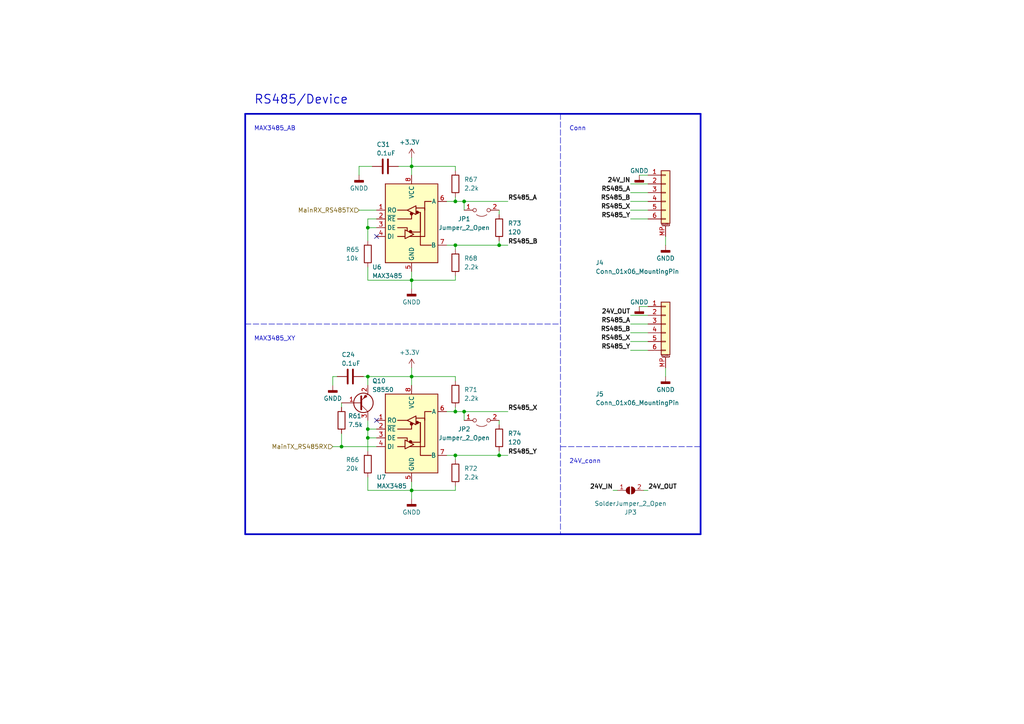
<source format=kicad_sch>
(kicad_sch (version 20230121) (generator eeschema)
  (paper "A4")
  (lib_symbols
    (symbol "Connector_Generic_MountingPin:Conn_01x06_MountingPin" (pin_names (offset 1.016) hide)
      (property "Reference" "J" (at 0 7.62 0))
      (property "Value" "Conn_01x06_MountingPin" (at 1.27 -10.16 0))
      (symbol "Conn_01x06_MountingPin_1_1"
        (rectangle (start -1.27 -7.493) (end 0 -7.747) (stroke (width 0.1524)))
        (rectangle (start -1.27 -4.953) (end 0 -5.207) (stroke (width 0.1524)))
        (rectangle (start -1.27 -2.413) (end 0 -2.667) (stroke (width 0.1524)))
        (rectangle (start -1.27 0.127) (end 0 -0.127) (stroke (width 0.1524)))
        (rectangle (start -1.27 2.667) (end 0 2.413) (stroke (width 0.1524)))
        (rectangle (start -1.27 5.207) (end 0 4.953) (stroke (width 0.1524)))
        (rectangle (start -1.27 6.35) (end 1.27 -8.89) (stroke (width 0.254)) (fill (type background)))
        (polyline (pts (xy -1.016 -9.652) (xy 1.016 -9.652)) (stroke (width 0.1524)))
        (text "Mounting" (at 0 -9.271 0) (effects (font (size 0.381 0.381))))
        (pin passive line (at -5.08 5.08 0) (length 3.81) (name "Pin_1") (number "1"))
        (pin passive line (at -5.08 2.54 0) (length 3.81) (name "Pin_2") (number "2"))
        (pin passive line (at -5.08 0 0) (length 3.81) (name "Pin_3") (number "3"))
        (pin passive line (at -5.08 -2.54 0) (length 3.81) (name "Pin_4") (number "4"))
        (pin passive line (at -5.08 -5.08 0) (length 3.81) (name "Pin_5") (number "5"))
        (pin passive line (at -5.08 -7.62 0) (length 3.81) (name "Pin_6") (number "6"))
        (pin passive line (at 0 -12.7 90) (length 3.048) (name "MountPin") (number "MP"))
      )
    )
    (symbol "Device:C" (pin_numbers hide) (pin_names (offset 0.254))
      (property "Reference" "C" (at 0.635 2.54 0))
      (property "Value" "C" (at 0.635 -2.54 0))
      (symbol "C_0_1"
        (polyline (pts (xy -2.032 -0.762) (xy 2.032 -0.762)) (stroke (width 0.508)))
        (polyline (pts (xy -2.032 0.762) (xy 2.032 0.762)) (stroke (width 0.508)))
      )
      (symbol "C_1_1"
        (pin passive line (at 0 3.81 270) (length 2.794) (name "~") (number "1"))
        (pin passive line (at 0 -3.81 90) (length 2.794) (name "~") (number "2"))
      )
    )
    (symbol "Device:Q_PNP_BEC" (pin_names (offset 0) hide)
      (property "Reference" "Q" (at 5.08 1.27 0))
      (property "Value" "Q_PNP_BEC" (at 5.08 -1.27 0))
      (symbol "Q_PNP_BEC_0_1"
        (polyline (pts (xy 0.635 0.635) (xy 2.54 2.54)))
        (polyline (pts (xy 0.635 -0.635) (xy 2.54 -2.54) (xy 2.54 -2.54)))
        (polyline (pts (xy 0.635 1.905) (xy 0.635 -1.905) (xy 0.635 -1.905)) (stroke (width 0.508)))
        (polyline (pts (xy 2.286 -1.778) (xy 1.778 -2.286) (xy 1.27 -1.27) (xy 2.286 -1.778) (xy 2.286 -1.778)) (fill (type outline)))
        (circle (center 1.27 0) (radius 2.8194) (stroke (width 0.254)))
      )
      (symbol "Q_PNP_BEC_1_1"
        (pin input line (at -5.08 0 0) (length 5.715) (name "B") (number "1"))
        (pin passive line (at 2.54 -5.08 90) (length 2.54) (name "E") (number "2"))
        (pin passive line (at 2.54 5.08 270) (length 2.54) (name "C") (number "3"))
      )
    )
    (symbol "Device:R" (pin_numbers hide) (pin_names (offset 0))
      (property "Reference" "R" (at 2.032 0 90))
      (property "Value" "R" (at 0 0 90))
      (symbol "R_0_1"
        (rectangle (start -1.016 -2.54) (end 1.016 2.54) (stroke (width 0.254)))
      )
      (symbol "R_1_1"
        (pin passive line (at 0 3.81 270) (length 1.27) (name "~") (number "1"))
        (pin passive line (at 0 -3.81 90) (length 1.27) (name "~") (number "2"))
      )
    )
    (symbol "Jumper:Jumper_2_Open" (pin_names (offset 0) hide)
      (property "Reference" "JP" (at 0 2.794 0))
      (property "Value" "Jumper_2_Open" (at 0 -2.286 0))
      (symbol "Jumper_2_Open_0_0"
        (circle (center -2.032 0) (radius 0.508))
        (circle (center 2.032 0) (radius 0.508))
      )
      (symbol "Jumper_2_Open_0_1"
        (arc (start 1.524 1.27) (mid 0 1.778) (end -1.524 1.27))
      )
      (symbol "Jumper_2_Open_1_1"
        (pin passive line (at -5.08 0 0) (length 2.54) (name "A") (number "1"))
        (pin passive line (at 5.08 0 180) (length 2.54) (name "B") (number "2"))
      )
    )
    (symbol "Jumper:SolderJumper_2_Open" (pin_names (offset 0) hide)
      (property "Reference" "JP" (at 0 2.032 0))
      (property "Value" "SolderJumper_2_Open" (at 0 -2.54 0))
      (symbol "SolderJumper_2_Open_0_1"
        (arc (start -0.254 1.016) (mid -1.2656 0) (end -0.254 -1.016))
        (arc (start -0.254 1.016) (mid -1.2656 0) (end -0.254 -1.016) (fill (type outline)))
        (polyline (pts (xy -0.254 1.016) (xy -0.254 -1.016)))
        (polyline (pts (xy 0.254 1.016) (xy 0.254 -1.016)))
        (arc (start 0.254 -1.016) (mid 1.2656 0) (end 0.254 1.016))
        (arc (start 0.254 -1.016) (mid 1.2656 0) (end 0.254 1.016) (fill (type outline)))
      )
      (symbol "SolderJumper_2_Open_1_1"
        (pin passive line (at -3.81 0 0) (length 2.54) (name "A") (number "1"))
        (pin passive line (at 3.81 0 180) (length 2.54) (name "B") (number "2"))
      )
    )
    (symbol "MAX3485_1"
      (property "Reference" "U?" (at 2.0194 15.24 0))
      (property "Value" "MAX3485" (at 2.0194 12.7 0))
      (symbol "MAX3485_1_0_1"
        (rectangle (start -7.62 10.16) (end 7.62 -12.7) (stroke (width 0.254)) (fill (type background)))
        (circle (center -0.3048 -3.683) (radius 0.3556) (stroke (width 0.254)) (fill (type outline)))
        (circle (center -0.0254 1.4986) (radius 0.3556) (stroke (width 0.254)) (fill (type outline)))
        (polyline (pts (xy -4.064 -5.08) (xy -1.905 -5.08)) (stroke (width 0.254)))
        (polyline (pts (xy -4.064 2.54) (xy -1.27 2.54)) (stroke (width 0.254)))
        (polyline (pts (xy -1.27 -3.2004) (xy -1.27 -3.4544)) (stroke (width 0.254)))
        (polyline (pts (xy -0.635 -5.08) (xy 3.81 -5.08)) (stroke (width 0.254)))
        (polyline (pts (xy -4.064 -2.54) (xy -1.27 -2.54) (xy -1.27 -3.175)) (stroke (width 0.254)))
        (polyline (pts (xy 0 1.27) (xy 0 0) (xy -4.064 0)) (stroke (width 0.254)))
        (polyline (pts (xy 1.27 3.175) (xy 3.81 3.175) (xy 3.81 -5.08)) (stroke (width 0.254)))
        (polyline (pts (xy 2.54 1.905) (xy 2.54 -3.81) (xy 0 -3.81)) (stroke (width 0.254)))
        (polyline (pts (xy -1.905 -3.175) (xy -1.905 -5.715) (xy 0.635 -4.445) (xy -1.905 -3.175)) (stroke (width 0.254)))
        (polyline (pts (xy -1.27 2.54) (xy 1.27 3.81) (xy 1.27 1.27) (xy -1.27 2.54)) (stroke (width 0.254)))
        (polyline (pts (xy 3.81 3.175) (xy 3.81 2.54) (xy 3.81 5.08) (xy 5.715 5.08)) (stroke (width 0.254)))
        (polyline (pts (xy 1.905 1.905) (xy 2.54 1.905) (xy 2.54 -3.81) (xy 2.54 -6.985) (xy 2.54 -7.62) (xy 5.08 -7.62) (xy 5.715 -7.62)) (stroke (width 0.254)))
        (rectangle (start 1.27 3.175) (end 1.27 3.175))
        (circle (center 1.651 1.905) (radius 0.3556) (stroke (width 0.254)) (fill (type outline)))
      )
      (symbol "MAX3485_1_1_1"
        (pin output line (at -10.16 2.54 0) (length 2.54) (name "RO") (number "1"))
        (pin input line (at -10.16 0 0) (length 2.54) (name "~{RE}") (number "2"))
        (pin input line (at -10.16 -2.54 0) (length 2.54) (name "DE") (number "3"))
        (pin input line (at -10.16 -5.08 0) (length 2.54) (name "DI") (number "4"))
        (pin power_in line (at 0 -15.24 90) (length 2.54) (name "GND") (number "5"))
        (pin bidirectional line (at 10.16 5.08 180) (length 2.54) (name "A") (number "6"))
        (pin bidirectional line (at 10.16 -7.62 180) (length 2.54) (name "B") (number "7"))
        (pin power_in line (at 0 12.7 270) (length 2.54) (name "VCC") (number "8"))
      )
    )
    (symbol "power:+3.3V" (power) (pin_names (offset 0))
      (property "Value" "+3.3V" (at 0 3.556 0))
      (symbol "+3.3V_0_1"
        (polyline (pts (xy -0.762 1.27) (xy 0 2.54)))
        (polyline (pts (xy 0 0) (xy 0 2.54)))
        (polyline (pts (xy 0 2.54) (xy 0.762 1.27)))
      )
      (symbol "+3.3V_1_1"
        (pin power_in line (at 0 0 90) (length 0) hide (name "+3.3V") (number "1"))
      )
    )
    (symbol "power:GNDD" (power) (pin_names (offset 0))
      (property "Value" "GNDD" (at 0 -3.175 0))
      (symbol "GNDD_0_1"
        (rectangle (start -1.27 -1.524) (end 1.27 -2.032) (stroke (width 0.254)) (fill (type outline)))
        (polyline (pts (xy 0 0) (xy 0 -1.524)))
      )
      (symbol "GNDD_1_1"
        (pin power_in line (at 0 0 270) (length 0) hide (name "GNDD") (number "1"))
      )
    )
  )
  (junction (at 132.08 119.38))
  (junction (at 144.78 71.12))
  (junction (at 119.38 142.24))
  (junction (at 106.68 127))
  (junction (at 132.08 132.08))
  (junction (at 99.06 129.54))
  (junction (at 134.62 119.38))
  (junction (at 119.38 48.26))
  (junction (at 134.62 58.42))
  (junction (at 106.68 124.46))
  (junction (at 132.08 71.12))
  (junction (at 119.38 109.22))
  (junction (at 119.38 81.28))
  (junction (at 132.08 58.42))
  (junction (at 106.68 109.22))
  (junction (at 106.68 66.04))
  (junction (at 144.78 132.08))
  (no_connect (at 109.22 121.92))
  (no_connect (at 109.22 68.58))
  (wire (pts (xy 132.08 140.97) (xy 132.08 142.24)))
  (polyline (pts (xy 71.12 93.98) (xy 162.56 93.98)) (stroke (width 0) (type dash)))
  (wire (pts (xy 186.69 142.24) (xy 187.96 142.24)))
  (wire (pts (xy 129.54 132.08) (xy 132.08 132.08)))
  (wire (pts (xy 106.68 66.04) (xy 109.22 66.04)))
  (wire (pts (xy 144.78 69.85) (xy 144.78 71.12)))
  (wire (pts (xy 129.54 71.12) (xy 132.08 71.12)))
  (polyline (pts (xy 71.12 154.94) (xy 203.2 154.94)) (stroke (width 0.5) (type solid)))
  (wire (pts (xy 129.54 119.38) (xy 132.08 119.38)))
  (wire (pts (xy 144.78 132.08) (xy 147.32 132.08)))
  (wire (pts (xy 132.08 71.12) (xy 132.08 72.39)))
  (wire (pts (xy 106.68 63.5) (xy 106.68 66.04)))
  (wire (pts (xy 187.96 50.8) (xy 185.42 50.8)))
  (wire (pts (xy 144.78 130.81) (xy 144.78 132.08)))
  (wire (pts (xy 132.08 118.11) (xy 132.08 119.38)))
  (wire (pts (xy 105.41 109.22) (xy 106.68 109.22)))
  (polyline (pts (xy 203.2 33.02) (xy 71.12 33.02)) (stroke (width 0.5) (type solid)))
  (wire (pts (xy 187.96 99.06) (xy 182.88 99.06)))
  (wire (pts (xy 132.08 132.08) (xy 144.78 132.08)))
  (wire (pts (xy 187.96 96.52) (xy 182.88 96.52)))
  (wire (pts (xy 106.68 66.04) (xy 106.68 69.85)))
  (polyline (pts (xy 71.12 33.02) (xy 71.12 154.94)) (stroke (width 0.5) (type solid)))
  (wire (pts (xy 104.14 48.26) (xy 107.95 48.26)))
  (wire (pts (xy 106.68 109.22) (xy 119.38 109.22)))
  (wire (pts (xy 115.57 48.26) (xy 119.38 48.26)))
  (wire (pts (xy 99.06 129.54) (xy 109.22 129.54)))
  (wire (pts (xy 104.14 60.96) (xy 109.22 60.96)))
  (wire (pts (xy 187.96 60.96) (xy 182.88 60.96)))
  (wire (pts (xy 132.08 71.12) (xy 144.78 71.12)))
  (wire (pts (xy 187.96 93.98) (xy 182.88 93.98)))
  (wire (pts (xy 96.52 111.76) (xy 96.52 109.22)))
  (wire (pts (xy 99.06 116.84) (xy 99.06 118.11)))
  (wire (pts (xy 119.38 109.22) (xy 119.38 106.68)))
  (wire (pts (xy 119.38 109.22) (xy 132.08 109.22)))
  (wire (pts (xy 106.68 124.46) (xy 106.68 127)))
  (wire (pts (xy 132.08 80.01) (xy 132.08 81.28)))
  (wire (pts (xy 99.06 125.73) (xy 99.06 129.54)))
  (wire (pts (xy 119.38 48.26) (xy 132.08 48.26)))
  (wire (pts (xy 193.04 106.68) (xy 193.04 109.22)))
  (wire (pts (xy 182.88 53.34) (xy 187.96 53.34)))
  (wire (pts (xy 132.08 57.15) (xy 132.08 58.42)))
  (wire (pts (xy 177.8 142.24) (xy 179.07 142.24)))
  (wire (pts (xy 144.78 121.92) (xy 144.78 123.19)))
  (wire (pts (xy 119.38 139.7) (xy 119.38 142.24)))
  (wire (pts (xy 132.08 58.42) (xy 134.62 58.42)))
  (wire (pts (xy 106.68 63.5) (xy 109.22 63.5)))
  (wire (pts (xy 144.78 71.12) (xy 147.32 71.12)))
  (wire (pts (xy 96.52 109.22) (xy 97.79 109.22)))
  (wire (pts (xy 104.14 50.8) (xy 104.14 48.26)))
  (wire (pts (xy 132.08 109.22) (xy 132.08 110.49)))
  (wire (pts (xy 134.62 119.38) (xy 134.62 121.92)))
  (wire (pts (xy 187.96 55.88) (xy 182.88 55.88)))
  (wire (pts (xy 119.38 48.26) (xy 119.38 50.8)))
  (wire (pts (xy 187.96 101.6) (xy 182.88 101.6)))
  (wire (pts (xy 119.38 48.26) (xy 119.38 45.72)))
  (wire (pts (xy 119.38 142.24) (xy 132.08 142.24)))
  (wire (pts (xy 106.68 111.76) (xy 106.68 109.22)))
  (wire (pts (xy 187.96 63.5) (xy 182.88 63.5)))
  (wire (pts (xy 106.68 127) (xy 106.68 130.81)))
  (wire (pts (xy 119.38 81.28) (xy 119.38 83.82)))
  (wire (pts (xy 144.78 60.96) (xy 144.78 62.23)))
  (polyline (pts (xy 162.56 129.54) (xy 203.2 129.54)) (stroke (width 0) (type dash)))
  (wire (pts (xy 106.68 77.47) (xy 106.68 81.28)))
  (wire (pts (xy 134.62 119.38) (xy 147.32 119.38)))
  (wire (pts (xy 119.38 78.74) (xy 119.38 81.28)))
  (wire (pts (xy 106.68 81.28) (xy 119.38 81.28)))
  (wire (pts (xy 187.96 88.9) (xy 185.42 88.9)))
  (wire (pts (xy 106.68 138.43) (xy 106.68 142.24)))
  (wire (pts (xy 132.08 132.08) (xy 132.08 133.35)))
  (wire (pts (xy 106.68 142.24) (xy 119.38 142.24)))
  (wire (pts (xy 134.62 58.42) (xy 147.32 58.42)))
  (wire (pts (xy 193.04 68.58) (xy 193.04 71.12)))
  (wire (pts (xy 106.68 121.92) (xy 106.68 124.46)))
  (wire (pts (xy 119.38 81.28) (xy 132.08 81.28)))
  (wire (pts (xy 132.08 119.38) (xy 134.62 119.38)))
  (wire (pts (xy 182.88 91.44) (xy 187.96 91.44)))
  (polyline (pts (xy 203.2 154.94) (xy 203.2 33.02)) (stroke (width 0.5) (type solid)))
  (wire (pts (xy 134.62 58.42) (xy 134.62 60.96)))
  (wire (pts (xy 119.38 109.22) (xy 119.38 111.76)))
  (wire (pts (xy 119.38 142.24) (xy 119.38 144.78)))
  (wire (pts (xy 132.08 48.26) (xy 132.08 49.53)))
  (wire (pts (xy 106.68 127) (xy 109.22 127)))
  (wire (pts (xy 187.96 58.42) (xy 182.88 58.42)))
  (wire (pts (xy 129.54 58.42) (xy 132.08 58.42)))
  (wire (pts (xy 106.68 124.46) (xy 109.22 124.46)))
  (wire (pts (xy 96.52 129.54) (xy 99.06 129.54)))
  (rectangle (start 162.56 33.02) (end 162.56 154.94) (stroke (width 0) (type dash)))
  (text "RS485/Device" (at 73.66 30.48 0) (effects (font (size 2.54 2.54) (thickness 0.254) bold) (justify left bottom)))
  (text "MAX3485_XY" (at 73.66 99.06 0) (effects (font (size 1.27 1.27)) (justify left bottom)))
  (text "Conn" (at 165.1 38.1 0) (effects (font (size 1.27 1.27)) (justify left bottom)))
  (text "MAX3485_AB" (at 73.66 38.1 0) (effects (font (size 1.27 1.27)) (justify left bottom)))
  (text "24V_conn" (at 165.1 134.62 0) (effects (font (size 1.27 1.27)) (justify left bottom)))
  (label "RS485_B" (at 182.88 58.42 180) (effects (font (thickness 0.254) bold)))
  (label "RS485_X" (at 147.32 119.38 0) (effects (font (thickness 0.254) bold)))
  (label "RS485_B" (at 147.32 71.12 0) (effects (font (thickness 0.254) bold)))
  (label "RS485_Y" (at 182.88 101.6 180) (effects (font (thickness 0.254) bold)))
  (label "RS485_A" (at 182.88 93.98 180) (effects (font (thickness 0.254) bold)))
  (label "RS485_Y" (at 182.88 63.5 180) (effects (font (thickness 0.254) bold)))
  (label "24V_OUT" (at 182.88 91.44 180) (effects (font (thickness 0.254) bold)))
  (label "RS485_A" (at 182.88 55.88 180) (effects (font (thickness 0.254) bold)))
  (label "24V_IN" (at 182.88 53.34 180) (effects (font (thickness 0.254) bold)))
  (label "RS485_Y" (at 147.32 132.08 0) (effects (font (thickness 0.254) bold)))
  (label "24V_OUT" (at 187.96 142.24 0) (effects (font (thickness 0.254) bold)))
  (label "RS485_A" (at 147.32 58.42 0) (effects (font (thickness 0.254) bold)))
  (label "RS485_X" (at 182.88 60.96 180) (effects (font (thickness 0.254) bold)))
  (label "24V_IN" (at 177.8 142.24 180) (effects (font (thickness 0.254) bold)))
  (label "RS485_B" (at 182.88 96.52 180) (effects (font (thickness 0.254) bold)))
  (label "RS485_X" (at 182.88 99.06 180) (effects (font (thickness 0.254) bold)))
  (hierarchical_label "MainRX_RS485TX" (shape input) (at 104.14 60.96 180))
  (hierarchical_label "MainTX_RS485RX" (shape input) (at 96.52 129.54 180))
  (symbol (lib_name "MAX3485_1") (lib_id "Interface_UART:MAX3485") (at 119.38 124.46 0) (unit 1)
    (property "Reference" "U7" (at 109.22 138.43 0) (effects (justify left)))
    (property "Value" "MAX3485" (at 109.22 140.97 0) (effects (justify left)))
    (property "Footprint" "Package_SO:SOP-8_3.9x4.9mm_P1.27mm" (effects hide))
    (property "Datasheet" "https://datasheets.maximintegrated.com/en/ds/MAX3483-MAX3491.pdf" (effects hide))
  )
  (symbol (lib_id "power:GNDD") (at 185.42 50.8 0) (unit 1)
    (property "Reference" "#PWR068" (effects hide))
    (property "Value" "GNDD" (at 185.42 49.53 0))
  )
  (symbol (lib_id "Device:C") (at 101.6 109.22 270) (mirror x) (unit 1)
    (property "Reference" "C24" (at 99.06 102.87 90) (effects (justify left)))
    (property "Value" "0.1uF" (at 99.06 105.41 90) (effects (justify left)))
    (property "Footprint" "Capacitor_SMD:C_0402_1005Metric" (effects hide))
  )
  (symbol (lib_id "Jumper:SolderJumper_2_Open") (at 182.88 142.24 0) (mirror x) (unit 1)
    (property "Reference" "JP3" (at 182.88 148.59 0))
    (property "Value" "SolderJumper_2_Open" (at 182.88 146.05 0))
  )
  (symbol (lib_id "power:GNDD") (at 119.38 144.78 0) (unit 1)
    (property "Reference" "#PWR067" (effects hide))
    (property "Value" "GNDD" (at 119.38 148.59 0))
  )
  (symbol (lib_id "power:GNDD") (at 119.38 83.82 0) (unit 1)
    (property "Reference" "#PWR065" (effects hide))
    (property "Value" "GNDD" (at 119.38 87.63 0))
  )
  (symbol (lib_id "Connector_Generic_MountingPin:Conn_01x06_MountingPin") (at 193.04 55.88 0) (unit 1)
    (property "Reference" "J4" (at 172.72 76.2 0) (effects (justify left)))
    (property "Value" "Conn_01x06_MountingPin" (at 172.72 78.74 0) (effects (justify left)))
    (property "Footprint" "Connector_Molex:Molex_PicoBlade_53261-0671_1x06-1MP_P1.25mm_Horizontal" (effects hide))
  )
  (symbol (lib_id "Connector_Generic_MountingPin:Conn_01x06_MountingPin") (at 193.04 93.98 0) (unit 1)
    (property "Reference" "J5" (at 172.72 114.3 0) (effects (justify left)))
    (property "Value" "Conn_01x06_MountingPin" (at 172.72 116.84 0) (effects (justify left)))
    (property "Footprint" "Connector_Molex:Molex_PicoBlade_53261-0671_1x06-1MP_P1.25mm_Horizontal" (effects hide))
  )
  (symbol (lib_id "power:GNDD") (at 96.52 111.76 0) (unit 1)
    (property "Reference" "#PWR055" (effects hide))
    (property "Value" "GNDD" (at 96.52 115.57 0))
  )
  (symbol (lib_id "Device:R") (at 132.08 137.16 0) (unit 1)
    (property "Reference" "R72" (at 134.62 135.8899 0) (effects (justify left)))
    (property "Value" "2.2k" (at 134.62 138.4299 0) (effects (justify left)))
    (property "Footprint" "Resistor_SMD:R_0402_1005Metric" (effects hide))
  )
  (symbol (lib_id "power:+3.3V") (at 119.38 45.72 0) (unit 1)
    (property "Reference" "#PWR064" (effects hide))
    (property "Value" "+3.3V" (at 118.745 41.275 0))
  )
  (symbol (lib_id "Device:R") (at 99.06 121.92 0) (unit 1)
    (property "Reference" "R61" (at 100.965 120.6499 0) (effects (justify left)))
    (property "Value" "7.5k" (at 100.965 123.1899 0) (effects (justify left)))
    (property "Footprint" "Resistor_SMD:R_0603_1608Metric" (effects hide))
  )
  (symbol (lib_id "power:GNDD") (at 185.42 88.9 0) (unit 1)
    (property "Reference" "#PWR085" (effects hide))
    (property "Value" "GNDD" (at 185.42 87.63 0))
  )
  (symbol (lib_id "Device:R") (at 132.08 114.3 0) (unit 1)
    (property "Reference" "R71" (at 134.62 113.0299 0) (effects (justify left)))
    (property "Value" "2.2k" (at 134.62 115.5699 0) (effects (justify left)))
    (property "Footprint" "Resistor_SMD:R_0402_1005Metric" (effects hide))
  )
  (symbol (lib_id "power:GNDD") (at 104.14 50.8 0) (unit 1)
    (property "Reference" "#PWR056" (effects hide))
    (property "Value" "GNDD" (at 104.14 54.61 0))
  )
  (symbol (lib_id "Jumper:Jumper_2_Open") (at 139.7 60.96 0) (mirror x) (unit 1)
    (property "Reference" "JP1" (at 134.62 63.5 0))
    (property "Value" "Jumper_2_Open" (at 134.62 66.04 0))
    (property "Footprint" "Connector_PinHeader_2.54mm:PinHeader_1x02_P2.54mm_Vertical" (effects hide))
  )
  (symbol (lib_id "Jumper:Jumper_2_Open") (at 139.7 121.92 0) (mirror x) (unit 1)
    (property "Reference" "JP2" (at 134.62 124.46 0))
    (property "Value" "Jumper_2_Open" (at 134.62 127 0))
    (property "Footprint" "Connector_PinHeader_2.54mm:PinHeader_1x02_P2.54mm_Vertical" (effects hide))
  )
  (symbol (lib_id "Device:R") (at 132.08 53.34 0) (unit 1)
    (property "Reference" "R67" (at 134.62 52.0699 0) (effects (justify left)))
    (property "Value" "2.2k" (at 134.62 54.6099 0) (effects (justify left)))
    (property "Footprint" "Resistor_SMD:R_0402_1005Metric" (effects hide))
  )
  (symbol (lib_id "power:GNDD") (at 193.04 71.12 0) (unit 1)
    (property "Reference" "#PWR086" (effects hide))
    (property "Value" "GNDD" (at 193.04 74.93 0))
  )
  (symbol (lib_id "Device:R") (at 106.68 134.62 0) (unit 1)
    (property "Reference" "R66" (at 100.33 133.35 0) (effects (justify left)))
    (property "Value" "20k" (at 100.33 135.89 0) (effects (justify left)))
    (property "Footprint" "Resistor_SMD:R_0402_1005Metric" (effects hide))
  )
  (symbol (lib_id "Device:C") (at 111.76 48.26 270) (mirror x) (unit 1)
    (property "Reference" "C31" (at 109.22 41.91 90) (effects (justify left)))
    (property "Value" "0.1uF" (at 109.22 44.45 90) (effects (justify left)))
    (property "Footprint" "Capacitor_SMD:C_0402_1005Metric" (effects hide))
  )
  (symbol (lib_id "Device:R") (at 106.68 73.66 0) (unit 1)
    (property "Reference" "R65" (at 100.33 72.39 0) (effects (justify left)))
    (property "Value" "10k" (at 100.33 74.93 0) (effects (justify left)))
    (property "Footprint" "Resistor_SMD:R_0402_1005Metric" (effects hide))
  )
  (symbol (lib_id "power:GNDD") (at 193.04 109.22 0) (unit 1)
    (property "Reference" "#PWR089" (effects hide))
    (property "Value" "GNDD" (at 193.04 113.03 0))
  )
  (symbol (lib_id "Device:R") (at 144.78 66.04 0) (unit 1)
    (property "Reference" "R73" (at 147.32 64.7699 0) (effects (justify left)))
    (property "Value" "120" (at 147.32 67.3099 0) (effects (justify left)))
    (property "Footprint" "Resistor_SMD:R_0402_1005Metric" (effects hide))
  )
  (symbol (lib_id "Device:R") (at 144.78 127 0) (unit 1)
    (property "Reference" "R74" (at 147.32 125.7299 0) (effects (justify left)))
    (property "Value" "120" (at 147.32 128.2699 0) (effects (justify left)))
    (property "Footprint" "Resistor_SMD:R_0402_1005Metric" (effects hide))
  )
  (symbol (lib_name "MAX3485_1") (lib_id "Interface_UART:MAX3485") (at 119.38 63.5 0) (unit 1)
    (property "Reference" "U6" (at 107.95 77.47 0) (effects (justify left)))
    (property "Value" "MAX3485" (at 107.95 80.01 0) (effects (justify left)))
    (property "Footprint" "Package_SO:SOP-8_3.9x4.9mm_P1.27mm" (effects hide))
    (property "Datasheet" "https://datasheets.maximintegrated.com/en/ds/MAX3483-MAX3491.pdf" (effects hide))
  )
  (symbol (lib_id "Device:Q_PNP_BEC") (at 104.14 116.84 0) (mirror x) (unit 1)
    (property "Reference" "Q10" (at 107.95 110.49 0) (effects (justify left)))
    (property "Value" "S8550" (at 107.95 113.03 0) (effects (justify left)))
    (property "Footprint" "Package_TO_SOT_SMD:SOT-23" (effects hide))
  )
  (symbol (lib_id "power:+3.3V") (at 119.38 106.68 0) (unit 1)
    (property "Reference" "#PWR066" (effects hide))
    (property "Value" "+3.3V" (at 118.745 102.235 0))
  )
  (symbol (lib_id "Device:R") (at 132.08 76.2 0) (unit 1)
    (property "Reference" "R68" (at 134.62 74.9299 0) (effects (justify left)))
    (property "Value" "2.2k" (at 134.62 77.4699 0) (effects (justify left)))
    (property "Footprint" "Resistor_SMD:R_0402_1005Metric" (effects hide))
  )
)
</source>
